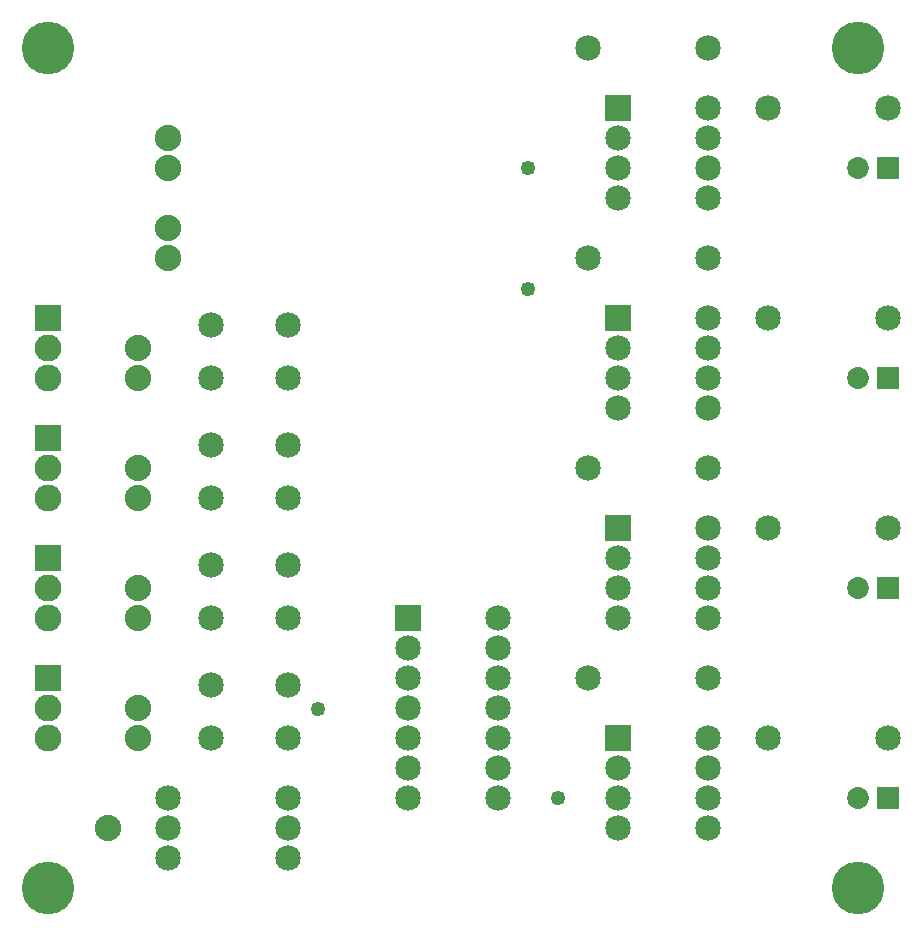
<source format=gbs>
G04 MADE WITH FRITZING*
G04 WWW.FRITZING.ORG*
G04 DOUBLE SIDED*
G04 HOLES PLATED*
G04 CONTOUR ON CENTER OF CONTOUR VECTOR*
%ASAXBY*%
%FSLAX23Y23*%
%MOIN*%
%OFA0B0*%
%SFA1.0B1.0*%
%ADD10C,0.090000*%
%ADD11C,0.085000*%
%ADD12C,0.072992*%
%ADD13C,0.088000*%
%ADD14C,0.049370*%
%ADD15C,0.175354*%
%ADD16R,0.090000X0.090000*%
%ADD17R,0.085000X0.085000*%
%ADD18R,0.072992X0.072992*%
%LNMASK0*%
G90*
G70*
G54D10*
X257Y850D03*
X257Y750D03*
X257Y650D03*
X257Y1650D03*
X257Y1550D03*
X257Y1450D03*
X257Y2050D03*
X257Y1950D03*
X257Y1850D03*
X257Y1250D03*
X257Y1150D03*
X257Y1050D03*
G54D11*
X2157Y1350D03*
X2457Y1350D03*
X2157Y1250D03*
X2457Y1250D03*
X2157Y1150D03*
X2457Y1150D03*
X2157Y1050D03*
X2457Y1050D03*
X2057Y1550D03*
X2457Y1550D03*
X2657Y1350D03*
X3057Y1350D03*
G54D12*
X3055Y1150D03*
X2957Y1150D03*
G54D11*
X1057Y1050D03*
X801Y1050D03*
X1057Y1227D03*
X801Y1227D03*
G54D13*
X657Y2350D03*
X657Y2250D03*
G54D14*
X1157Y749D03*
X1857Y2550D03*
X1857Y2149D03*
G54D15*
X2957Y2950D03*
X2957Y150D03*
X257Y150D03*
X257Y2950D03*
G54D13*
X557Y750D03*
X557Y650D03*
X557Y1150D03*
X557Y1050D03*
X557Y1550D03*
X557Y1450D03*
X557Y1950D03*
X557Y1850D03*
X457Y350D03*
X657Y2650D03*
X657Y2550D03*
G54D11*
X1057Y350D03*
X657Y350D03*
X1457Y1050D03*
X1757Y1050D03*
X1457Y950D03*
X1757Y950D03*
X1457Y850D03*
X1757Y850D03*
X1457Y750D03*
X1757Y750D03*
X1457Y650D03*
X1757Y650D03*
X1457Y550D03*
X1757Y550D03*
X1457Y450D03*
X1757Y450D03*
X2157Y650D03*
X2457Y650D03*
X2157Y550D03*
X2457Y550D03*
X2157Y450D03*
X2457Y450D03*
X2157Y350D03*
X2457Y350D03*
X2057Y850D03*
X2457Y850D03*
X657Y250D03*
X1057Y250D03*
X2157Y2050D03*
X2457Y2050D03*
X2157Y1950D03*
X2457Y1950D03*
X2157Y1850D03*
X2457Y1850D03*
X2157Y1750D03*
X2457Y1750D03*
X2057Y2250D03*
X2457Y2250D03*
X2157Y2750D03*
X2457Y2750D03*
X2157Y2650D03*
X2457Y2650D03*
X2157Y2550D03*
X2457Y2550D03*
X2157Y2450D03*
X2457Y2450D03*
X2057Y2950D03*
X2457Y2950D03*
X1057Y450D03*
X657Y450D03*
G54D12*
X3055Y2550D03*
X2957Y2550D03*
X3055Y450D03*
X2957Y450D03*
X3055Y1850D03*
X2957Y1850D03*
G54D11*
X1057Y650D03*
X801Y650D03*
X1057Y827D03*
X801Y827D03*
X1057Y1450D03*
X801Y1450D03*
X1057Y1627D03*
X801Y1627D03*
X1057Y1850D03*
X801Y1850D03*
X1057Y2027D03*
X801Y2027D03*
X2657Y650D03*
X3057Y650D03*
X2657Y2050D03*
X3057Y2050D03*
X2657Y2750D03*
X3057Y2750D03*
G54D14*
X1957Y450D03*
G54D16*
X257Y850D03*
X257Y1650D03*
X257Y2050D03*
X257Y1250D03*
G54D17*
X2157Y1350D03*
G54D18*
X3055Y1150D03*
G54D17*
X1457Y1050D03*
X2157Y650D03*
X2157Y2050D03*
X2157Y2750D03*
G54D18*
X3055Y2550D03*
X3055Y450D03*
X3055Y1850D03*
G04 End of Mask0*
M02*
</source>
